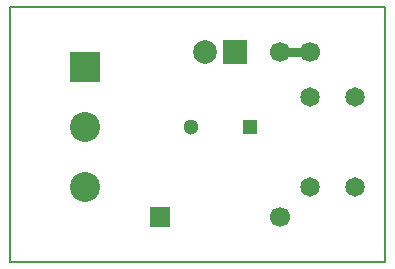
<source format=gbr>
G04 #@! TF.FileFunction,Copper,L1,Top,Signal*
%FSLAX46Y46*%
G04 Gerber Fmt 4.6, Leading zero omitted, Abs format (unit mm)*
G04 Created by KiCad (PCBNEW 4.0.2-stable) date 07/05/2016 12:23:03 p. m.*
%MOMM*%
G01*
G04 APERTURE LIST*
%ADD10C,0.100000*%
%ADD11C,0.150000*%
%ADD12R,1.300000X1.300000*%
%ADD13C,1.300000*%
%ADD14R,2.000000X2.000000*%
%ADD15C,2.000000*%
%ADD16C,1.699260*%
%ADD17R,1.699260X1.699260*%
%ADD18R,2.540000X2.540000*%
%ADD19C,2.540000*%
%ADD20C,1.651000*%
%ADD21C,1.700000*%
%ADD22C,0.800000*%
G04 APERTURE END LIST*
D10*
D11*
X116840000Y-111760000D02*
X116840000Y-110490000D01*
X116840000Y-114300000D02*
X116840000Y-111760000D01*
X148590000Y-114300000D02*
X116840000Y-114300000D01*
X148590000Y-92710000D02*
X148590000Y-114300000D01*
X116840000Y-92710000D02*
X148590000Y-92710000D01*
X116840000Y-113030000D02*
X116840000Y-92710000D01*
D12*
X137160000Y-102870000D03*
D13*
X132160000Y-102870000D03*
D14*
X135890000Y-96520000D03*
D15*
X133350000Y-96520000D03*
D16*
X139700520Y-110487460D03*
D17*
X129540520Y-110487460D03*
D18*
X123190000Y-97790000D03*
D19*
X123190000Y-102870000D03*
X123190000Y-107950000D03*
D20*
X142240000Y-100330000D03*
X142240000Y-107950000D03*
X146050000Y-100330000D03*
X146050000Y-107950000D03*
D21*
X142240000Y-96520000D03*
X139700000Y-96520000D03*
D22*
X139700000Y-96520000D02*
X142240000Y-96520000D01*
M02*

</source>
